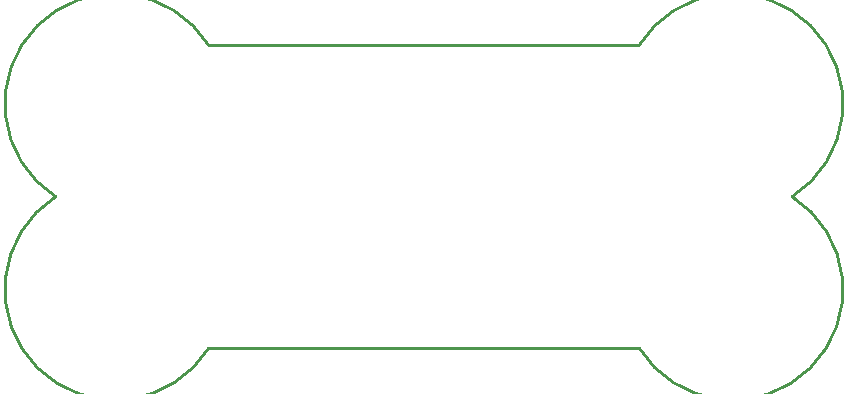
<source format=gm1>
G04*
G04 #@! TF.GenerationSoftware,Altium Limited,Altium Designer,19.1.7 (138)*
G04*
G04 Layer_Color=16711935*
%FSLAX25Y25*%
%MOIN*%
G70*
G01*
G75*
%ADD54C,0.01000*%
D54*
X145994Y247496D02*
G03*
X95000Y197000I-31163J-19526D01*
G01*
D02*
G03*
X145994Y146504I19831J-30970D01*
G01*
X289506D02*
G03*
X340500Y197000I31163J19526D01*
G01*
D02*
G03*
X289506Y247496I-19831J30970D01*
G01*
X146000Y146500D02*
X289500Y146500D01*
X146000Y247500D02*
X289500D01*
M02*

</source>
